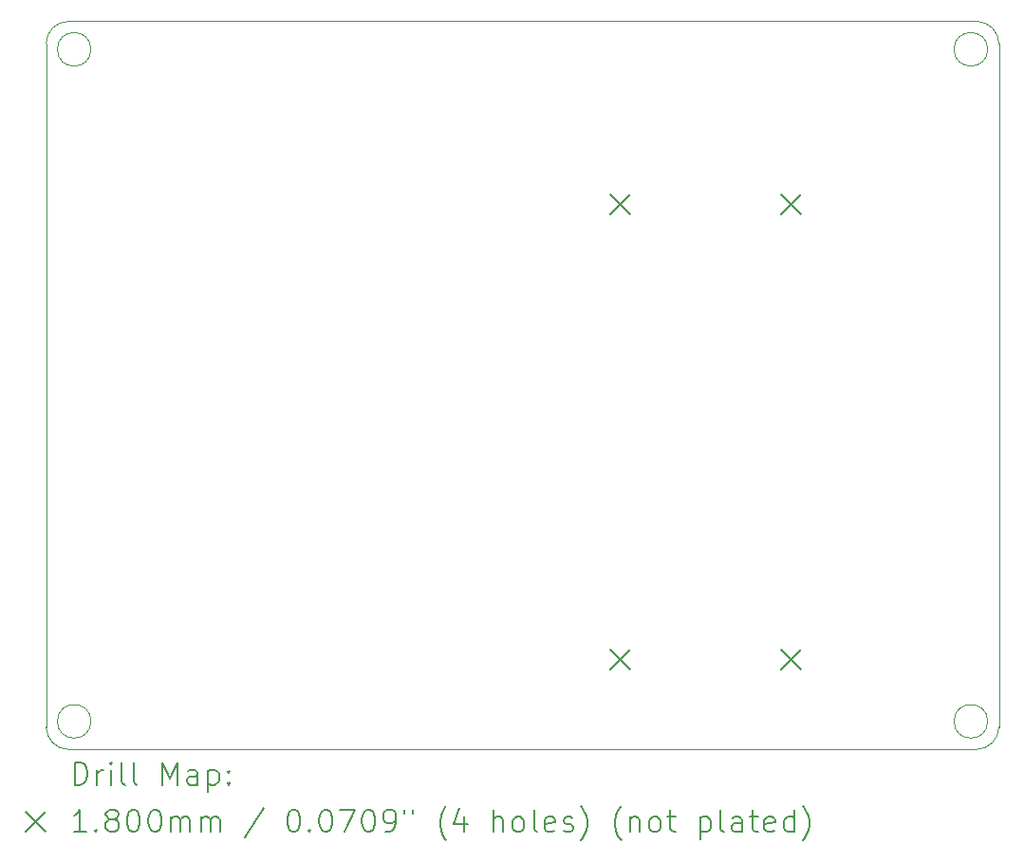
<source format=gbr>
%TF.GenerationSoftware,KiCad,Pcbnew,8.0.7*%
%TF.CreationDate,2025-01-10T10:31:33-06:00*%
%TF.ProjectId,CANBOARD_REV3,43414e42-4f41-4524-945f-524556332e6b,rev?*%
%TF.SameCoordinates,Original*%
%TF.FileFunction,Drillmap*%
%TF.FilePolarity,Positive*%
%FSLAX45Y45*%
G04 Gerber Fmt 4.5, Leading zero omitted, Abs format (unit mm)*
G04 Created by KiCad (PCBNEW 8.0.7) date 2025-01-10 10:31:33*
%MOMM*%
%LPD*%
G01*
G04 APERTURE LIST*
%ADD10C,0.100000*%
%ADD11C,0.200000*%
%ADD12C,0.180000*%
G04 APERTURE END LIST*
D10*
X2200000Y-2000000D02*
X10300000Y-2000000D01*
X10300000Y-2000000D02*
G75*
G02*
X10500000Y-2200000I0J-200000D01*
G01*
X2400000Y-8250000D02*
G75*
G02*
X2100000Y-8250000I-150000J0D01*
G01*
X2100000Y-8250000D02*
G75*
G02*
X2400000Y-8250000I150000J0D01*
G01*
X10400000Y-2250000D02*
G75*
G02*
X10100000Y-2250000I-150000J0D01*
G01*
X10100000Y-2250000D02*
G75*
G02*
X10400000Y-2250000I150000J0D01*
G01*
X2400000Y-2250000D02*
G75*
G02*
X2100000Y-2250000I-150000J0D01*
G01*
X2100000Y-2250000D02*
G75*
G02*
X2400000Y-2250000I150000J0D01*
G01*
X2200000Y-8500000D02*
G75*
G02*
X2000000Y-8300000I0J200000D01*
G01*
X2000000Y-8300000D02*
X2000000Y-2200000D01*
X10500000Y-2200000D02*
X10500000Y-8300000D01*
X10300000Y-8500000D02*
X2200000Y-8500000D01*
X10500000Y-8300000D02*
G75*
G02*
X10300000Y-8500000I-200000J0D01*
G01*
X2000000Y-2200000D02*
G75*
G02*
X2200000Y-2000000I200000J0D01*
G01*
X10400000Y-8250000D02*
G75*
G02*
X10100000Y-8250000I-150000J0D01*
G01*
X10100000Y-8250000D02*
G75*
G02*
X10400000Y-8250000I150000J0D01*
G01*
D11*
D12*
X7031500Y-3541500D02*
X7211500Y-3721500D01*
X7211500Y-3541500D02*
X7031500Y-3721500D01*
X7031500Y-7605500D02*
X7211500Y-7785500D01*
X7211500Y-7605500D02*
X7031500Y-7785500D01*
X8555500Y-3541500D02*
X8735500Y-3721500D01*
X8735500Y-3541500D02*
X8555500Y-3721500D01*
X8555500Y-7605500D02*
X8735500Y-7785500D01*
X8735500Y-7605500D02*
X8555500Y-7785500D01*
D11*
X2255777Y-8816484D02*
X2255777Y-8616484D01*
X2255777Y-8616484D02*
X2303396Y-8616484D01*
X2303396Y-8616484D02*
X2331967Y-8626008D01*
X2331967Y-8626008D02*
X2351015Y-8645055D01*
X2351015Y-8645055D02*
X2360539Y-8664103D01*
X2360539Y-8664103D02*
X2370063Y-8702198D01*
X2370063Y-8702198D02*
X2370063Y-8730770D01*
X2370063Y-8730770D02*
X2360539Y-8768865D01*
X2360539Y-8768865D02*
X2351015Y-8787912D01*
X2351015Y-8787912D02*
X2331967Y-8806960D01*
X2331967Y-8806960D02*
X2303396Y-8816484D01*
X2303396Y-8816484D02*
X2255777Y-8816484D01*
X2455777Y-8816484D02*
X2455777Y-8683150D01*
X2455777Y-8721246D02*
X2465301Y-8702198D01*
X2465301Y-8702198D02*
X2474824Y-8692674D01*
X2474824Y-8692674D02*
X2493872Y-8683150D01*
X2493872Y-8683150D02*
X2512920Y-8683150D01*
X2579586Y-8816484D02*
X2579586Y-8683150D01*
X2579586Y-8616484D02*
X2570063Y-8626008D01*
X2570063Y-8626008D02*
X2579586Y-8635531D01*
X2579586Y-8635531D02*
X2589110Y-8626008D01*
X2589110Y-8626008D02*
X2579586Y-8616484D01*
X2579586Y-8616484D02*
X2579586Y-8635531D01*
X2703396Y-8816484D02*
X2684348Y-8806960D01*
X2684348Y-8806960D02*
X2674824Y-8787912D01*
X2674824Y-8787912D02*
X2674824Y-8616484D01*
X2808158Y-8816484D02*
X2789110Y-8806960D01*
X2789110Y-8806960D02*
X2779586Y-8787912D01*
X2779586Y-8787912D02*
X2779586Y-8616484D01*
X3036729Y-8816484D02*
X3036729Y-8616484D01*
X3036729Y-8616484D02*
X3103396Y-8759341D01*
X3103396Y-8759341D02*
X3170062Y-8616484D01*
X3170062Y-8616484D02*
X3170062Y-8816484D01*
X3351015Y-8816484D02*
X3351015Y-8711722D01*
X3351015Y-8711722D02*
X3341491Y-8692674D01*
X3341491Y-8692674D02*
X3322443Y-8683150D01*
X3322443Y-8683150D02*
X3284348Y-8683150D01*
X3284348Y-8683150D02*
X3265301Y-8692674D01*
X3351015Y-8806960D02*
X3331967Y-8816484D01*
X3331967Y-8816484D02*
X3284348Y-8816484D01*
X3284348Y-8816484D02*
X3265301Y-8806960D01*
X3265301Y-8806960D02*
X3255777Y-8787912D01*
X3255777Y-8787912D02*
X3255777Y-8768865D01*
X3255777Y-8768865D02*
X3265301Y-8749817D01*
X3265301Y-8749817D02*
X3284348Y-8740293D01*
X3284348Y-8740293D02*
X3331967Y-8740293D01*
X3331967Y-8740293D02*
X3351015Y-8730770D01*
X3446253Y-8683150D02*
X3446253Y-8883150D01*
X3446253Y-8692674D02*
X3465301Y-8683150D01*
X3465301Y-8683150D02*
X3503396Y-8683150D01*
X3503396Y-8683150D02*
X3522443Y-8692674D01*
X3522443Y-8692674D02*
X3531967Y-8702198D01*
X3531967Y-8702198D02*
X3541491Y-8721246D01*
X3541491Y-8721246D02*
X3541491Y-8778389D01*
X3541491Y-8778389D02*
X3531967Y-8797436D01*
X3531967Y-8797436D02*
X3522443Y-8806960D01*
X3522443Y-8806960D02*
X3503396Y-8816484D01*
X3503396Y-8816484D02*
X3465301Y-8816484D01*
X3465301Y-8816484D02*
X3446253Y-8806960D01*
X3627205Y-8797436D02*
X3636729Y-8806960D01*
X3636729Y-8806960D02*
X3627205Y-8816484D01*
X3627205Y-8816484D02*
X3617682Y-8806960D01*
X3617682Y-8806960D02*
X3627205Y-8797436D01*
X3627205Y-8797436D02*
X3627205Y-8816484D01*
X3627205Y-8692674D02*
X3636729Y-8702198D01*
X3636729Y-8702198D02*
X3627205Y-8711722D01*
X3627205Y-8711722D02*
X3617682Y-8702198D01*
X3617682Y-8702198D02*
X3627205Y-8692674D01*
X3627205Y-8692674D02*
X3627205Y-8711722D01*
D12*
X1815000Y-9055000D02*
X1995000Y-9235000D01*
X1995000Y-9055000D02*
X1815000Y-9235000D01*
D11*
X2360539Y-9236484D02*
X2246253Y-9236484D01*
X2303396Y-9236484D02*
X2303396Y-9036484D01*
X2303396Y-9036484D02*
X2284348Y-9065055D01*
X2284348Y-9065055D02*
X2265301Y-9084103D01*
X2265301Y-9084103D02*
X2246253Y-9093627D01*
X2446253Y-9217436D02*
X2455777Y-9226960D01*
X2455777Y-9226960D02*
X2446253Y-9236484D01*
X2446253Y-9236484D02*
X2436729Y-9226960D01*
X2436729Y-9226960D02*
X2446253Y-9217436D01*
X2446253Y-9217436D02*
X2446253Y-9236484D01*
X2570063Y-9122198D02*
X2551015Y-9112674D01*
X2551015Y-9112674D02*
X2541491Y-9103150D01*
X2541491Y-9103150D02*
X2531967Y-9084103D01*
X2531967Y-9084103D02*
X2531967Y-9074579D01*
X2531967Y-9074579D02*
X2541491Y-9055531D01*
X2541491Y-9055531D02*
X2551015Y-9046008D01*
X2551015Y-9046008D02*
X2570063Y-9036484D01*
X2570063Y-9036484D02*
X2608158Y-9036484D01*
X2608158Y-9036484D02*
X2627205Y-9046008D01*
X2627205Y-9046008D02*
X2636729Y-9055531D01*
X2636729Y-9055531D02*
X2646253Y-9074579D01*
X2646253Y-9074579D02*
X2646253Y-9084103D01*
X2646253Y-9084103D02*
X2636729Y-9103150D01*
X2636729Y-9103150D02*
X2627205Y-9112674D01*
X2627205Y-9112674D02*
X2608158Y-9122198D01*
X2608158Y-9122198D02*
X2570063Y-9122198D01*
X2570063Y-9122198D02*
X2551015Y-9131722D01*
X2551015Y-9131722D02*
X2541491Y-9141246D01*
X2541491Y-9141246D02*
X2531967Y-9160293D01*
X2531967Y-9160293D02*
X2531967Y-9198389D01*
X2531967Y-9198389D02*
X2541491Y-9217436D01*
X2541491Y-9217436D02*
X2551015Y-9226960D01*
X2551015Y-9226960D02*
X2570063Y-9236484D01*
X2570063Y-9236484D02*
X2608158Y-9236484D01*
X2608158Y-9236484D02*
X2627205Y-9226960D01*
X2627205Y-9226960D02*
X2636729Y-9217436D01*
X2636729Y-9217436D02*
X2646253Y-9198389D01*
X2646253Y-9198389D02*
X2646253Y-9160293D01*
X2646253Y-9160293D02*
X2636729Y-9141246D01*
X2636729Y-9141246D02*
X2627205Y-9131722D01*
X2627205Y-9131722D02*
X2608158Y-9122198D01*
X2770063Y-9036484D02*
X2789110Y-9036484D01*
X2789110Y-9036484D02*
X2808158Y-9046008D01*
X2808158Y-9046008D02*
X2817682Y-9055531D01*
X2817682Y-9055531D02*
X2827205Y-9074579D01*
X2827205Y-9074579D02*
X2836729Y-9112674D01*
X2836729Y-9112674D02*
X2836729Y-9160293D01*
X2836729Y-9160293D02*
X2827205Y-9198389D01*
X2827205Y-9198389D02*
X2817682Y-9217436D01*
X2817682Y-9217436D02*
X2808158Y-9226960D01*
X2808158Y-9226960D02*
X2789110Y-9236484D01*
X2789110Y-9236484D02*
X2770063Y-9236484D01*
X2770063Y-9236484D02*
X2751015Y-9226960D01*
X2751015Y-9226960D02*
X2741491Y-9217436D01*
X2741491Y-9217436D02*
X2731967Y-9198389D01*
X2731967Y-9198389D02*
X2722444Y-9160293D01*
X2722444Y-9160293D02*
X2722444Y-9112674D01*
X2722444Y-9112674D02*
X2731967Y-9074579D01*
X2731967Y-9074579D02*
X2741491Y-9055531D01*
X2741491Y-9055531D02*
X2751015Y-9046008D01*
X2751015Y-9046008D02*
X2770063Y-9036484D01*
X2960539Y-9036484D02*
X2979586Y-9036484D01*
X2979586Y-9036484D02*
X2998634Y-9046008D01*
X2998634Y-9046008D02*
X3008158Y-9055531D01*
X3008158Y-9055531D02*
X3017682Y-9074579D01*
X3017682Y-9074579D02*
X3027205Y-9112674D01*
X3027205Y-9112674D02*
X3027205Y-9160293D01*
X3027205Y-9160293D02*
X3017682Y-9198389D01*
X3017682Y-9198389D02*
X3008158Y-9217436D01*
X3008158Y-9217436D02*
X2998634Y-9226960D01*
X2998634Y-9226960D02*
X2979586Y-9236484D01*
X2979586Y-9236484D02*
X2960539Y-9236484D01*
X2960539Y-9236484D02*
X2941491Y-9226960D01*
X2941491Y-9226960D02*
X2931967Y-9217436D01*
X2931967Y-9217436D02*
X2922443Y-9198389D01*
X2922443Y-9198389D02*
X2912920Y-9160293D01*
X2912920Y-9160293D02*
X2912920Y-9112674D01*
X2912920Y-9112674D02*
X2922443Y-9074579D01*
X2922443Y-9074579D02*
X2931967Y-9055531D01*
X2931967Y-9055531D02*
X2941491Y-9046008D01*
X2941491Y-9046008D02*
X2960539Y-9036484D01*
X3112920Y-9236484D02*
X3112920Y-9103150D01*
X3112920Y-9122198D02*
X3122443Y-9112674D01*
X3122443Y-9112674D02*
X3141491Y-9103150D01*
X3141491Y-9103150D02*
X3170063Y-9103150D01*
X3170063Y-9103150D02*
X3189110Y-9112674D01*
X3189110Y-9112674D02*
X3198634Y-9131722D01*
X3198634Y-9131722D02*
X3198634Y-9236484D01*
X3198634Y-9131722D02*
X3208158Y-9112674D01*
X3208158Y-9112674D02*
X3227205Y-9103150D01*
X3227205Y-9103150D02*
X3255777Y-9103150D01*
X3255777Y-9103150D02*
X3274824Y-9112674D01*
X3274824Y-9112674D02*
X3284348Y-9131722D01*
X3284348Y-9131722D02*
X3284348Y-9236484D01*
X3379586Y-9236484D02*
X3379586Y-9103150D01*
X3379586Y-9122198D02*
X3389110Y-9112674D01*
X3389110Y-9112674D02*
X3408158Y-9103150D01*
X3408158Y-9103150D02*
X3436729Y-9103150D01*
X3436729Y-9103150D02*
X3455777Y-9112674D01*
X3455777Y-9112674D02*
X3465301Y-9131722D01*
X3465301Y-9131722D02*
X3465301Y-9236484D01*
X3465301Y-9131722D02*
X3474824Y-9112674D01*
X3474824Y-9112674D02*
X3493872Y-9103150D01*
X3493872Y-9103150D02*
X3522443Y-9103150D01*
X3522443Y-9103150D02*
X3541491Y-9112674D01*
X3541491Y-9112674D02*
X3551015Y-9131722D01*
X3551015Y-9131722D02*
X3551015Y-9236484D01*
X3941491Y-9026960D02*
X3770063Y-9284103D01*
X4198634Y-9036484D02*
X4217682Y-9036484D01*
X4217682Y-9036484D02*
X4236729Y-9046008D01*
X4236729Y-9046008D02*
X4246253Y-9055531D01*
X4246253Y-9055531D02*
X4255777Y-9074579D01*
X4255777Y-9074579D02*
X4265301Y-9112674D01*
X4265301Y-9112674D02*
X4265301Y-9160293D01*
X4265301Y-9160293D02*
X4255777Y-9198389D01*
X4255777Y-9198389D02*
X4246253Y-9217436D01*
X4246253Y-9217436D02*
X4236729Y-9226960D01*
X4236729Y-9226960D02*
X4217682Y-9236484D01*
X4217682Y-9236484D02*
X4198634Y-9236484D01*
X4198634Y-9236484D02*
X4179586Y-9226960D01*
X4179586Y-9226960D02*
X4170063Y-9217436D01*
X4170063Y-9217436D02*
X4160539Y-9198389D01*
X4160539Y-9198389D02*
X4151015Y-9160293D01*
X4151015Y-9160293D02*
X4151015Y-9112674D01*
X4151015Y-9112674D02*
X4160539Y-9074579D01*
X4160539Y-9074579D02*
X4170063Y-9055531D01*
X4170063Y-9055531D02*
X4179586Y-9046008D01*
X4179586Y-9046008D02*
X4198634Y-9036484D01*
X4351015Y-9217436D02*
X4360539Y-9226960D01*
X4360539Y-9226960D02*
X4351015Y-9236484D01*
X4351015Y-9236484D02*
X4341491Y-9226960D01*
X4341491Y-9226960D02*
X4351015Y-9217436D01*
X4351015Y-9217436D02*
X4351015Y-9236484D01*
X4484348Y-9036484D02*
X4503396Y-9036484D01*
X4503396Y-9036484D02*
X4522444Y-9046008D01*
X4522444Y-9046008D02*
X4531968Y-9055531D01*
X4531968Y-9055531D02*
X4541491Y-9074579D01*
X4541491Y-9074579D02*
X4551015Y-9112674D01*
X4551015Y-9112674D02*
X4551015Y-9160293D01*
X4551015Y-9160293D02*
X4541491Y-9198389D01*
X4541491Y-9198389D02*
X4531968Y-9217436D01*
X4531968Y-9217436D02*
X4522444Y-9226960D01*
X4522444Y-9226960D02*
X4503396Y-9236484D01*
X4503396Y-9236484D02*
X4484348Y-9236484D01*
X4484348Y-9236484D02*
X4465301Y-9226960D01*
X4465301Y-9226960D02*
X4455777Y-9217436D01*
X4455777Y-9217436D02*
X4446253Y-9198389D01*
X4446253Y-9198389D02*
X4436729Y-9160293D01*
X4436729Y-9160293D02*
X4436729Y-9112674D01*
X4436729Y-9112674D02*
X4446253Y-9074579D01*
X4446253Y-9074579D02*
X4455777Y-9055531D01*
X4455777Y-9055531D02*
X4465301Y-9046008D01*
X4465301Y-9046008D02*
X4484348Y-9036484D01*
X4617682Y-9036484D02*
X4751015Y-9036484D01*
X4751015Y-9036484D02*
X4665301Y-9236484D01*
X4865301Y-9036484D02*
X4884349Y-9036484D01*
X4884349Y-9036484D02*
X4903396Y-9046008D01*
X4903396Y-9046008D02*
X4912920Y-9055531D01*
X4912920Y-9055531D02*
X4922444Y-9074579D01*
X4922444Y-9074579D02*
X4931968Y-9112674D01*
X4931968Y-9112674D02*
X4931968Y-9160293D01*
X4931968Y-9160293D02*
X4922444Y-9198389D01*
X4922444Y-9198389D02*
X4912920Y-9217436D01*
X4912920Y-9217436D02*
X4903396Y-9226960D01*
X4903396Y-9226960D02*
X4884349Y-9236484D01*
X4884349Y-9236484D02*
X4865301Y-9236484D01*
X4865301Y-9236484D02*
X4846253Y-9226960D01*
X4846253Y-9226960D02*
X4836729Y-9217436D01*
X4836729Y-9217436D02*
X4827206Y-9198389D01*
X4827206Y-9198389D02*
X4817682Y-9160293D01*
X4817682Y-9160293D02*
X4817682Y-9112674D01*
X4817682Y-9112674D02*
X4827206Y-9074579D01*
X4827206Y-9074579D02*
X4836729Y-9055531D01*
X4836729Y-9055531D02*
X4846253Y-9046008D01*
X4846253Y-9046008D02*
X4865301Y-9036484D01*
X5027206Y-9236484D02*
X5065301Y-9236484D01*
X5065301Y-9236484D02*
X5084349Y-9226960D01*
X5084349Y-9226960D02*
X5093872Y-9217436D01*
X5093872Y-9217436D02*
X5112920Y-9188865D01*
X5112920Y-9188865D02*
X5122444Y-9150770D01*
X5122444Y-9150770D02*
X5122444Y-9074579D01*
X5122444Y-9074579D02*
X5112920Y-9055531D01*
X5112920Y-9055531D02*
X5103396Y-9046008D01*
X5103396Y-9046008D02*
X5084349Y-9036484D01*
X5084349Y-9036484D02*
X5046253Y-9036484D01*
X5046253Y-9036484D02*
X5027206Y-9046008D01*
X5027206Y-9046008D02*
X5017682Y-9055531D01*
X5017682Y-9055531D02*
X5008158Y-9074579D01*
X5008158Y-9074579D02*
X5008158Y-9122198D01*
X5008158Y-9122198D02*
X5017682Y-9141246D01*
X5017682Y-9141246D02*
X5027206Y-9150770D01*
X5027206Y-9150770D02*
X5046253Y-9160293D01*
X5046253Y-9160293D02*
X5084349Y-9160293D01*
X5084349Y-9160293D02*
X5103396Y-9150770D01*
X5103396Y-9150770D02*
X5112920Y-9141246D01*
X5112920Y-9141246D02*
X5122444Y-9122198D01*
X5198634Y-9036484D02*
X5198634Y-9074579D01*
X5274825Y-9036484D02*
X5274825Y-9074579D01*
X5570063Y-9312674D02*
X5560539Y-9303150D01*
X5560539Y-9303150D02*
X5541491Y-9274579D01*
X5541491Y-9274579D02*
X5531968Y-9255531D01*
X5531968Y-9255531D02*
X5522444Y-9226960D01*
X5522444Y-9226960D02*
X5512920Y-9179341D01*
X5512920Y-9179341D02*
X5512920Y-9141246D01*
X5512920Y-9141246D02*
X5522444Y-9093627D01*
X5522444Y-9093627D02*
X5531968Y-9065055D01*
X5531968Y-9065055D02*
X5541491Y-9046008D01*
X5541491Y-9046008D02*
X5560539Y-9017436D01*
X5560539Y-9017436D02*
X5570063Y-9007912D01*
X5731968Y-9103150D02*
X5731968Y-9236484D01*
X5684348Y-9026960D02*
X5636729Y-9169817D01*
X5636729Y-9169817D02*
X5760539Y-9169817D01*
X5989110Y-9236484D02*
X5989110Y-9036484D01*
X6074825Y-9236484D02*
X6074825Y-9131722D01*
X6074825Y-9131722D02*
X6065301Y-9112674D01*
X6065301Y-9112674D02*
X6046253Y-9103150D01*
X6046253Y-9103150D02*
X6017682Y-9103150D01*
X6017682Y-9103150D02*
X5998634Y-9112674D01*
X5998634Y-9112674D02*
X5989110Y-9122198D01*
X6198634Y-9236484D02*
X6179587Y-9226960D01*
X6179587Y-9226960D02*
X6170063Y-9217436D01*
X6170063Y-9217436D02*
X6160539Y-9198389D01*
X6160539Y-9198389D02*
X6160539Y-9141246D01*
X6160539Y-9141246D02*
X6170063Y-9122198D01*
X6170063Y-9122198D02*
X6179587Y-9112674D01*
X6179587Y-9112674D02*
X6198634Y-9103150D01*
X6198634Y-9103150D02*
X6227206Y-9103150D01*
X6227206Y-9103150D02*
X6246253Y-9112674D01*
X6246253Y-9112674D02*
X6255777Y-9122198D01*
X6255777Y-9122198D02*
X6265301Y-9141246D01*
X6265301Y-9141246D02*
X6265301Y-9198389D01*
X6265301Y-9198389D02*
X6255777Y-9217436D01*
X6255777Y-9217436D02*
X6246253Y-9226960D01*
X6246253Y-9226960D02*
X6227206Y-9236484D01*
X6227206Y-9236484D02*
X6198634Y-9236484D01*
X6379587Y-9236484D02*
X6360539Y-9226960D01*
X6360539Y-9226960D02*
X6351015Y-9207912D01*
X6351015Y-9207912D02*
X6351015Y-9036484D01*
X6531968Y-9226960D02*
X6512920Y-9236484D01*
X6512920Y-9236484D02*
X6474825Y-9236484D01*
X6474825Y-9236484D02*
X6455777Y-9226960D01*
X6455777Y-9226960D02*
X6446253Y-9207912D01*
X6446253Y-9207912D02*
X6446253Y-9131722D01*
X6446253Y-9131722D02*
X6455777Y-9112674D01*
X6455777Y-9112674D02*
X6474825Y-9103150D01*
X6474825Y-9103150D02*
X6512920Y-9103150D01*
X6512920Y-9103150D02*
X6531968Y-9112674D01*
X6531968Y-9112674D02*
X6541491Y-9131722D01*
X6541491Y-9131722D02*
X6541491Y-9150770D01*
X6541491Y-9150770D02*
X6446253Y-9169817D01*
X6617682Y-9226960D02*
X6636730Y-9236484D01*
X6636730Y-9236484D02*
X6674825Y-9236484D01*
X6674825Y-9236484D02*
X6693872Y-9226960D01*
X6693872Y-9226960D02*
X6703396Y-9207912D01*
X6703396Y-9207912D02*
X6703396Y-9198389D01*
X6703396Y-9198389D02*
X6693872Y-9179341D01*
X6693872Y-9179341D02*
X6674825Y-9169817D01*
X6674825Y-9169817D02*
X6646253Y-9169817D01*
X6646253Y-9169817D02*
X6627206Y-9160293D01*
X6627206Y-9160293D02*
X6617682Y-9141246D01*
X6617682Y-9141246D02*
X6617682Y-9131722D01*
X6617682Y-9131722D02*
X6627206Y-9112674D01*
X6627206Y-9112674D02*
X6646253Y-9103150D01*
X6646253Y-9103150D02*
X6674825Y-9103150D01*
X6674825Y-9103150D02*
X6693872Y-9112674D01*
X6770063Y-9312674D02*
X6779587Y-9303150D01*
X6779587Y-9303150D02*
X6798634Y-9274579D01*
X6798634Y-9274579D02*
X6808158Y-9255531D01*
X6808158Y-9255531D02*
X6817682Y-9226960D01*
X6817682Y-9226960D02*
X6827206Y-9179341D01*
X6827206Y-9179341D02*
X6827206Y-9141246D01*
X6827206Y-9141246D02*
X6817682Y-9093627D01*
X6817682Y-9093627D02*
X6808158Y-9065055D01*
X6808158Y-9065055D02*
X6798634Y-9046008D01*
X6798634Y-9046008D02*
X6779587Y-9017436D01*
X6779587Y-9017436D02*
X6770063Y-9007912D01*
X7131968Y-9312674D02*
X7122444Y-9303150D01*
X7122444Y-9303150D02*
X7103396Y-9274579D01*
X7103396Y-9274579D02*
X7093872Y-9255531D01*
X7093872Y-9255531D02*
X7084349Y-9226960D01*
X7084349Y-9226960D02*
X7074825Y-9179341D01*
X7074825Y-9179341D02*
X7074825Y-9141246D01*
X7074825Y-9141246D02*
X7084349Y-9093627D01*
X7084349Y-9093627D02*
X7093872Y-9065055D01*
X7093872Y-9065055D02*
X7103396Y-9046008D01*
X7103396Y-9046008D02*
X7122444Y-9017436D01*
X7122444Y-9017436D02*
X7131968Y-9007912D01*
X7208158Y-9103150D02*
X7208158Y-9236484D01*
X7208158Y-9122198D02*
X7217682Y-9112674D01*
X7217682Y-9112674D02*
X7236730Y-9103150D01*
X7236730Y-9103150D02*
X7265301Y-9103150D01*
X7265301Y-9103150D02*
X7284349Y-9112674D01*
X7284349Y-9112674D02*
X7293872Y-9131722D01*
X7293872Y-9131722D02*
X7293872Y-9236484D01*
X7417682Y-9236484D02*
X7398634Y-9226960D01*
X7398634Y-9226960D02*
X7389111Y-9217436D01*
X7389111Y-9217436D02*
X7379587Y-9198389D01*
X7379587Y-9198389D02*
X7379587Y-9141246D01*
X7379587Y-9141246D02*
X7389111Y-9122198D01*
X7389111Y-9122198D02*
X7398634Y-9112674D01*
X7398634Y-9112674D02*
X7417682Y-9103150D01*
X7417682Y-9103150D02*
X7446253Y-9103150D01*
X7446253Y-9103150D02*
X7465301Y-9112674D01*
X7465301Y-9112674D02*
X7474825Y-9122198D01*
X7474825Y-9122198D02*
X7484349Y-9141246D01*
X7484349Y-9141246D02*
X7484349Y-9198389D01*
X7484349Y-9198389D02*
X7474825Y-9217436D01*
X7474825Y-9217436D02*
X7465301Y-9226960D01*
X7465301Y-9226960D02*
X7446253Y-9236484D01*
X7446253Y-9236484D02*
X7417682Y-9236484D01*
X7541492Y-9103150D02*
X7617682Y-9103150D01*
X7570063Y-9036484D02*
X7570063Y-9207912D01*
X7570063Y-9207912D02*
X7579587Y-9226960D01*
X7579587Y-9226960D02*
X7598634Y-9236484D01*
X7598634Y-9236484D02*
X7617682Y-9236484D01*
X7836730Y-9103150D02*
X7836730Y-9303150D01*
X7836730Y-9112674D02*
X7855777Y-9103150D01*
X7855777Y-9103150D02*
X7893873Y-9103150D01*
X7893873Y-9103150D02*
X7912920Y-9112674D01*
X7912920Y-9112674D02*
X7922444Y-9122198D01*
X7922444Y-9122198D02*
X7931968Y-9141246D01*
X7931968Y-9141246D02*
X7931968Y-9198389D01*
X7931968Y-9198389D02*
X7922444Y-9217436D01*
X7922444Y-9217436D02*
X7912920Y-9226960D01*
X7912920Y-9226960D02*
X7893873Y-9236484D01*
X7893873Y-9236484D02*
X7855777Y-9236484D01*
X7855777Y-9236484D02*
X7836730Y-9226960D01*
X8046253Y-9236484D02*
X8027206Y-9226960D01*
X8027206Y-9226960D02*
X8017682Y-9207912D01*
X8017682Y-9207912D02*
X8017682Y-9036484D01*
X8208158Y-9236484D02*
X8208158Y-9131722D01*
X8208158Y-9131722D02*
X8198634Y-9112674D01*
X8198634Y-9112674D02*
X8179587Y-9103150D01*
X8179587Y-9103150D02*
X8141492Y-9103150D01*
X8141492Y-9103150D02*
X8122444Y-9112674D01*
X8208158Y-9226960D02*
X8189111Y-9236484D01*
X8189111Y-9236484D02*
X8141492Y-9236484D01*
X8141492Y-9236484D02*
X8122444Y-9226960D01*
X8122444Y-9226960D02*
X8112920Y-9207912D01*
X8112920Y-9207912D02*
X8112920Y-9188865D01*
X8112920Y-9188865D02*
X8122444Y-9169817D01*
X8122444Y-9169817D02*
X8141492Y-9160293D01*
X8141492Y-9160293D02*
X8189111Y-9160293D01*
X8189111Y-9160293D02*
X8208158Y-9150770D01*
X8274825Y-9103150D02*
X8351015Y-9103150D01*
X8303396Y-9036484D02*
X8303396Y-9207912D01*
X8303396Y-9207912D02*
X8312920Y-9226960D01*
X8312920Y-9226960D02*
X8331968Y-9236484D01*
X8331968Y-9236484D02*
X8351015Y-9236484D01*
X8493873Y-9226960D02*
X8474825Y-9236484D01*
X8474825Y-9236484D02*
X8436730Y-9236484D01*
X8436730Y-9236484D02*
X8417682Y-9226960D01*
X8417682Y-9226960D02*
X8408158Y-9207912D01*
X8408158Y-9207912D02*
X8408158Y-9131722D01*
X8408158Y-9131722D02*
X8417682Y-9112674D01*
X8417682Y-9112674D02*
X8436730Y-9103150D01*
X8436730Y-9103150D02*
X8474825Y-9103150D01*
X8474825Y-9103150D02*
X8493873Y-9112674D01*
X8493873Y-9112674D02*
X8503396Y-9131722D01*
X8503396Y-9131722D02*
X8503396Y-9150770D01*
X8503396Y-9150770D02*
X8408158Y-9169817D01*
X8674825Y-9236484D02*
X8674825Y-9036484D01*
X8674825Y-9226960D02*
X8655777Y-9236484D01*
X8655777Y-9236484D02*
X8617682Y-9236484D01*
X8617682Y-9236484D02*
X8598635Y-9226960D01*
X8598635Y-9226960D02*
X8589111Y-9217436D01*
X8589111Y-9217436D02*
X8579587Y-9198389D01*
X8579587Y-9198389D02*
X8579587Y-9141246D01*
X8579587Y-9141246D02*
X8589111Y-9122198D01*
X8589111Y-9122198D02*
X8598635Y-9112674D01*
X8598635Y-9112674D02*
X8617682Y-9103150D01*
X8617682Y-9103150D02*
X8655777Y-9103150D01*
X8655777Y-9103150D02*
X8674825Y-9112674D01*
X8751016Y-9312674D02*
X8760539Y-9303150D01*
X8760539Y-9303150D02*
X8779587Y-9274579D01*
X8779587Y-9274579D02*
X8789111Y-9255531D01*
X8789111Y-9255531D02*
X8798635Y-9226960D01*
X8798635Y-9226960D02*
X8808158Y-9179341D01*
X8808158Y-9179341D02*
X8808158Y-9141246D01*
X8808158Y-9141246D02*
X8798635Y-9093627D01*
X8798635Y-9093627D02*
X8789111Y-9065055D01*
X8789111Y-9065055D02*
X8779587Y-9046008D01*
X8779587Y-9046008D02*
X8760539Y-9017436D01*
X8760539Y-9017436D02*
X8751016Y-9007912D01*
M02*

</source>
